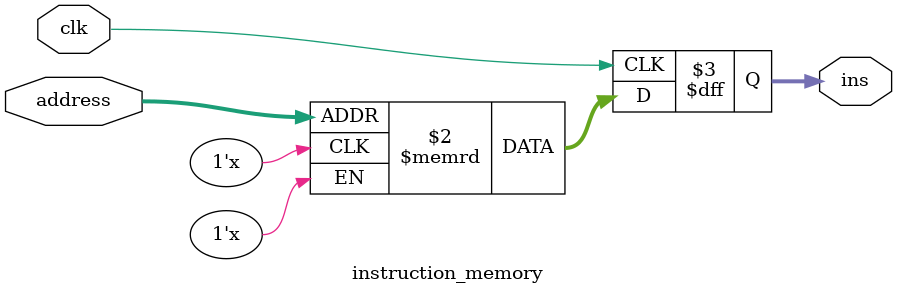
<source format=v>
module instruction_memory(output reg[31:0] ins,input[12:0] address,input clk);
	reg[31:0] instructions[8191:0];
	
	
always @ (negedge clk)
begin

	ins = instructions[address];
end
	
endmodule
</source>
